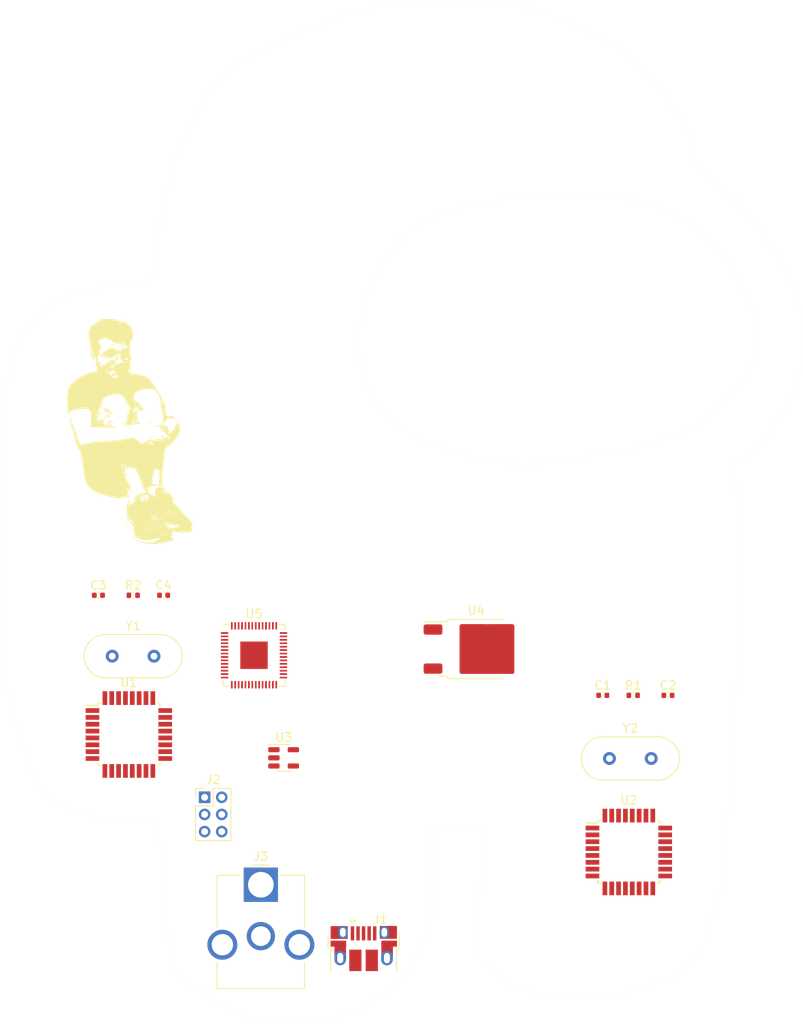
<source format=kicad_pcb>
(kicad_pcb (version 20221018) (generator pcbnew)
  (layers (0 "F.Cu" signal) (31 "B.Cu" signal) (34 "B.Paste" user) (35 "F.Paste" user) (36 "B.SilkS" user "B.Silkscreen") (37 "F.SilkS" user "F.Silkscreen") (38 "B.Mask" user) (39 "F.Mask" user) (44 "Edge.Cuts" user))
  (net 0 "")
  (net 3 "Net-(U1-GND-Pad21)")
  (net 4 "Net-(U1-VCC-Pad4)")
  (net 36 "GND")
  (net 37 "CLKA")
  (net 38 "CLKB")
  (net 82 "CLKC")
  (net 83 "CLKD")
  (net 86 "Net-(U4-VI)")
  (net 87 "+5V")
  (net 88 "Net-(U5-IOVDD-Pad1)")
  (net 108 "Net-(U5-DVDD-Pad23)")
  (footprint "Connector_BarrelJack:BarrelJack_CUI_PJ-063AH_Horizontal_CircularHoles" (layer "F.Cu") (at 178.308 140.288)
    (fp_text reference "J3" (at 0 -3.3) (layer "F.SilkS"))
    (fp_text value "Barrel_Jack")
    (pad "" np_thru_hole circle (at 0 9) (size 1.6 1.6) (drill 1.6) (layers "*.Cu" "*.Mask"))
    (pad "1" thru_hole rect (at 0 0) (size 4 4) (drill 3) (layers "*.Cu" "*.Mask"))
    (pad "2" thru_hole circle (at 0 6) (size 3.3 3.3) (drill 2.3) (layers "*.Cu" "*.Mask"))
    (pad "MP" thru_hole circle (at -4.5 7) (size 3.5 3.5) (drill 2.5) (layers "*.Cu" "*.Mask"))
    (pad "MP" thru_hole circle (at 4.5 7) (size 3.5 3.5) (drill 2.5) (layers "*.Cu" "*.Mask"))
  )
  (footprint "Package_QFP:TQFP-32_7x7mm_P0.8mm" (layer "F.Cu") (at 162.882 122.752)
    (fp_text reference "U1" (at 0 -6.05) (layer "F.SilkS"))
    (fp_text value "ATmega328P-A")
    (pad "1" smd rect (at -4.25 -2.8) (size 1.6 0.55) (layers "F.Cu" "F.Paste" "F.Mask"))
    (pad "2" smd rect (at -4.25 -2) (size 1.6 0.55) (layers "F.Cu" "F.Paste" "F.Mask"))
    (pad "3" smd rect (at -4.25 -1.2) (size 1.6 0.55) (layers "F.Cu" "F.Paste" "F.Mask") (net 3 "Net-(U1-GND-Pad21)"))
    (pad "4" smd rect (at -4.25 -0.4) (size 1.6 0.55) (layers "F.Cu" "F.Paste" "F.Mask") (net 4 "Net-(U1-VCC-Pad4)"))
    (pad "5" smd rect (at -4.25 0.4) (size 1.6 0.55) (layers "F.Cu" "F.Paste" "F.Mask") (net 3 "Net-(U1-GND-Pad21)"))
    (pad "6" smd rect (at -4.25 1.2) (size 1.6 0.55) (layers "F.Cu" "F.Paste" "F.Mask") (net 4 "Net-(U1-VCC-Pad4)"))
    (pad "7" smd rect (at -4.25 2) (size 1.6 0.55) (layers "F.Cu" "F.Paste" "F.Mask"))
    (pad "8" smd rect (at -4.25 2.8) (size 1.6 0.55) (layers "F.Cu" "F.Paste" "F.Mask"))
    (pad "9" smd rect (at -2.8 4.25 90) (size 1.6 0.55) (layers "F.Cu" "F.Paste" "F.Mask"))
    (pad "10" smd rect (at -2 4.25 90) (size 1.6 0.55) (layers "F.Cu" "F.Paste" "F.Mask"))
    (pad "11" smd rect (at -1.2 4.25 90) (size 1.6 0.55) (layers "F.Cu" "F.Paste" "F.Mask"))
    (pad "12" smd rect (at -0.4 4.25 90) (size 1.6 0.55) (layers "F.Cu" "F.Paste" "F.Mask"))
    (pad "13" smd rect (at 0.4 4.25 90) (size 1.6 0.55) (layers "F.Cu" "F.Paste" "F.Mask"))
    (pad "14" smd rect (at 1.2 4.25 90) (size 1.6 0.55) (layers "F.Cu" "F.Paste" "F.Mask"))
    (pad "15" smd rect (at 2 4.25 90) (size 1.6 0.55) (layers "F.Cu" "F.Paste" "F.Mask"))
    (pad "16" smd rect (at 2.8 4.25 90) (size 1.6 0.55) (layers "F.Cu" "F.Paste" "F.Mask"))
    (pad "17" smd rect (at 4.25 2.8) (size 1.6 0.55) (layers "F.Cu" "F.Paste" "F.Mask"))
    (pad "18" smd rect (at 4.25 2) (size 1.6 0.55) (layers "F.Cu" "F.Paste" "F.Mask"))
    (pad "19" smd rect (at 4.25 1.2) (size 1.6 0.55) (layers "F.Cu" "F.Paste" "F.Mask"))
    (pad "20" smd rect (at 4.25 0.4) (size 1.6 0.55) (layers "F.Cu" "F.Paste" "F.Mask"))
    (pad "21" smd rect (at 4.25 -0.4) (size 1.6 0.55) (layers "F.Cu" "F.Paste" "F.Mask") (net 3 "Net-(U1-GND-Pad21)"))
    (pad "22" smd rect (at 4.25 -1.2) (size 1.6 0.55) (layers "F.Cu" "F.Paste" "F.Mask"))
    (pad "23" smd rect (at 4.25 -2) (size 1.6 0.55) (layers "F.Cu" "F.Paste" "F.Mask"))
    (pad "24" smd rect (at 4.25 -2.8) (size 1.6 0.55) (layers "F.Cu" "F.Paste" "F.Mask"))
    (pad "25" smd rect (at 2.8 -4.25 90) (size 1.6 0.55) (layers "F.Cu" "F.Paste" "F.Mask"))
    (pad "26" smd rect (at 2 -4.25 90) (size 1.6 0.55) (layers "F.Cu" "F.Paste" "F.Mask"))
    (pad "27" smd rect (at 1.2 -4.25 90) (size 1.6 0.55) (layers "F.Cu" "F.Paste" "F.Mask"))
    (pad "28" smd rect (at 0.4 -4.25 90) (size 1.6 0.55) (layers "F.Cu" "F.Paste" "F.Mask"))
    (pad "29" smd rect (at -0.4 -4.25 90) (size 1.6 0.55) (layers "F.Cu" "F.Paste" "F.Mask"))
    (pad "30" smd rect (at -1.2 -4.25 90) (size 1.6 0.55) (layers "F.Cu" "F.Paste" "F.Mask"))
    (pad "31" smd rect (at -2 -4.25 90) (size 1.6 0.55) (layers "F.Cu" "F.Paste" "F.Mask"))
    (pad "32" smd rect (at -2.8 -4.25 90) (size 1.6 0.55) (layers "F.Cu" "F.Paste" "F.Mask"))
  )
  (footprint "Resistor_SMD:R_0402_1005Metric" (layer "F.Cu") (at 221.812 118.178)
    (fp_text reference "R1" (at 0 -1.17) (layer "F.SilkS"))
    (fp_text value "1M")
    (pad "1" smd roundrect (at -0.51 0) (size 0.54 0.64) (layers "F.Cu" "F.Paste" "F.Mask") (net 37 "CLKA"))
    (pad "2" smd roundrect (at 0.51 0) (size 0.54 0.64) (layers "F.Cu" "F.Paste" "F.Mask") (net 38 "CLKB"))
  )
  (footprint "Capacitor_SMD:C_0402_1005Metric" (layer "F.Cu") (at 159.326 106.496)
    (fp_text reference "C3" (at 0 -1.16) (layer "F.SilkS"))
    (fp_text value "C")
    (pad "1" smd roundrect (at -0.48 0) (size 0.56 0.62) (layers "F.Cu" "F.Paste" "F.Mask") (net 36 "GND"))
    (pad "2" smd roundrect (at 0.48 0) (size 0.56 0.62) (layers "F.Cu" "F.Paste" "F.Mask") (net 82 "CLKC"))
  )
  (footprint "Capacitor_SMD:C_0402_1005Metric" (layer "F.Cu") (at 218.256 118.178)
    (fp_text reference "C1" (at 0 -1.16) (layer "F.SilkS"))
    (fp_text value "C")
    (pad "1" smd roundrect (at -0.48 0) (size 0.56 0.62) (layers "F.Cu" "F.Paste" "F.Mask") (net 36 "GND"))
    (pad "2" smd roundrect (at 0.48 0) (size 0.56 0.62) (layers "F.Cu" "F.Paste" "F.Mask") (net 37 "CLKA"))
  )
  (footprint "Package_TO_SOT_SMD:TO-252-2" (layer "F.Cu") (at 203.464 112.776)
    (fp_text reference "U4" (at 0 -4.5) (layer "F.SilkS"))
    (fp_text value "NCP1117-12_TO252")
    (pad "1" smd roundrect (at -5.04 -2.28) (size 2.2 1.2) (layers "F.Cu" "F.Paste" "F.Mask") (roundrect_rratio 0.208333) (net 36 "GND"))
    (pad "2" smd roundrect (at -0.415 -1.525) (size 3.05 2.75) (layers "F.Cu" "F.Paste") (roundrect_rratio 0.090909) (net 87 "+5V"))
    (pad "2" smd roundrect (at -0.415 1.525) (size 3.05 2.75) (layers "F.Cu" "F.Paste") (roundrect_rratio 0.090909) (net 87 "+5V"))
    (pad "2" smd roundrect (at 1.26 0) (size 6.4 5.8) (layers "F.Cu" "F.Mask") (roundrect_rratio 0.043103) (net 87 "+5V"))
    (pad "2" smd roundrect (at 2.935 -1.525) (size 3.05 2.75) (layers "F.Cu" "F.Paste") (roundrect_rratio 0.090909) (net 87 "+5V"))
    (pad "2" smd roundrect (at 2.935 1.525) (size 3.05 2.75) (layers "F.Cu" "F.Paste") (roundrect_rratio 0.090909) (net 87 "+5V"))
    (pad "3" smd roundrect (at -5.04 2.28) (size 2.2 1.2) (layers "F.Cu" "F.Paste" "F.Mask") (roundrect_rratio 0.208333) (net 86 "Net-(U4-VI)"))
  )
  (footprint "Package_QFP:TQFP-32_7x7mm_P0.8mm" (layer "F.Cu") (at 221.304 136.466)
    (fp_text reference "U2" (at 0 -6.05) (layer "F.SilkS"))
    (fp_text value "ATmega16U2-A")
    (pad "1" smd rect (at -4.25 -2.8) (size 1.6 0.55) (layers "F.Cu" "F.Paste" "F.Mask"))
    (pad "2" smd rect (at -4.25 -2) (size 1.6 0.55) (layers "F.Cu" "F.Paste" "F.Mask"))
    (pad "3" smd rect (at -4.25 -1.2) (size 1.6 0.55) (layers "F.Cu" "F.Paste" "F.Mask"))
    (pad "4" smd rect (at -4.25 -0.4) (size 1.6 0.55) (layers "F.Cu" "F.Paste" "F.Mask"))
    (pad "5" smd rect (at -4.25 0.4) (size 1.6 0.55) (layers "F.Cu" "F.Paste" "F.Mask"))
    (pad "6" smd rect (at -4.25 1.2) (size 1.6 0.55) (layers "F.Cu" "F.Paste" "F.Mask"))
    (pad "7" smd rect (at -4.25 2) (size 1.6 0.55) (layers "F.Cu" "F.Paste" "F.Mask"))
    (pad "8" smd rect (at -4.25 2.8) (size 1.6 0.55) (layers "F.Cu" "F.Paste" "F.Mask"))
    (pad "9" smd rect (at -2.8 4.25 90) (size 1.6 0.55) (layers "F.Cu" "F.Paste" "F.Mask"))
    (pad "10" smd rect (at -2 4.25 90) (size 1.6 0.55) (layers "F.Cu" "F.Paste" "F.Mask"))
    (pad "11" smd rect (at -1.2 4.25 90) (size 1.6 0.55) (layers "F.Cu" "F.Paste" "F.Mask"))
    (pad "12" smd rect (at -0.4 4.25 90) (size 1.6 0.55) (layers "F.Cu" "F.Paste" "F.Mask"))
    (pad "13" smd rect (at 0.4 4.25 90) (size 1.6 0.55) (layers "F.Cu" "F.Paste" "F.Mask"))
    (pad "14" smd rect (at 1.2 4.25 90) (size 1.6 0.55) (layers "F.Cu" "F.Paste" "F.Mask"))
    (pad "15" smd rect (at 2 4.25 90) (size 1.6 0.55) (layers "F.Cu" "F.Paste" "F.Mask"))
    (pad "16" smd rect (at 2.8 4.25 90) (size 1.6 0.55) (layers "F.Cu" "F.Paste" "F.Mask"))
    (pad "17" smd rect (at 4.25 2.8) (size 1.6 0.55) (layers "F.Cu" "F.Paste" "F.Mask"))
    (pad "18" smd rect (at 4.25 2) (size 1.6 0.55) (layers "F.Cu" "F.Paste" "F.Mask"))
    (pad "19" smd rect (at 4.25 1.2) (size 1.6 0.55) (layers "F.Cu" "F.Paste" "F.Mask"))
    (pad "20" smd rect (at 4.25 0.4) (size 1.6 0.55) (layers "F.Cu" "F.Paste" "F.Mask"))
    (pad "21" smd rect (at 4.25 -0.4) (size 1.6 0.55) (layers "F.Cu" "F.Paste" "F.Mask"))
    (pad "22" smd rect (at 4.25 -1.2) (size 1.6 0.55) (layers "F.Cu" "F.Paste" "F.Mask"))
    (pad "23" smd rect (at 4.25 -2) (size 1.6 0.55) (layers "F.Cu" "F.Paste" "F.Mask"))
    (pad "24" smd rect (at 4.25 -2.8) (size 1.6 0.55) (layers "F.Cu" "F.Paste" "F.Mask"))
    (pad "25" smd rect (at 2.8 -4.25 90) (size 1.6 0.55) (layers "F.Cu" "F.Paste" "F.Mask"))
    (pad "26" smd rect (at 2 -4.25 90) (size 1.6 0.55) (layers "F.Cu" "F.Paste" "F.Mask"))
    (pad "27" smd rect (at 1.2 -4.25 90) (size 1.6 0.55) (layers "F.Cu" "F.Paste" "F.Mask"))
    (pad "28" smd rect (at 0.4 -4.25 90) (size 1.6 0.55) (layers "F.Cu" "F.Paste" "F.Mask"))
    (pad "29" smd rect (at -0.4 -4.25 90) (size 1.6 0.55) (layers "F.Cu" "F.Paste" "F.Mask"))
    (pad "30" smd rect (at -1.2 -4.25 90) (size 1.6 0.55) (layers "F.Cu" "F.Paste" "F.Mask"))
    (pad "31" smd rect (at -2 -4.25 90) (size 1.6 0.55) (layers "F.Cu" "F.Paste" "F.Mask"))
    (pad "32" smd rect (at -2.8 -4.25 90) (size 1.6 0.55) (layers "F.Cu" "F.Paste" "F.Mask"))
  )
  (footprint "Crystal:Crystal_HC49-4H_Vertical" (layer "F.Cu") (at 219.04 125.55)
    (fp_text reference "Y2" (at 2.44 -3.525) (layer "F.SilkS"))
    (fp_text value "Crystal")
    (pad "1" thru_hole circle (at 0 0) (size 1.5 1.5) (drill 0.8) (layers "*.Cu" "*.Mask") (net 36 "GND"))
    (pad "2" thru_hole circle (at 4.88 0) (size 1.5 1.5) (drill 0.8) (layers "*.Cu" "*.Mask") (net 36 "GND"))
  )
  (footprint "Crystal:Crystal_HC49-4H_Vertical" (layer "F.Cu") (at 160.94 113.608)
    (fp_text reference "Y1" (at 2.44 -3.525) (layer "F.SilkS"))
    (fp_text value "Crystal")
    (pad "1" thru_hole circle (at 0 0) (size 1.5 1.5) (drill 0.8) (layers "*.Cu" "*.Mask") (net 36 "GND"))
    (pad "2" thru_hole circle (at 4.88 0) (size 1.5 1.5) (drill 0.8) (layers "*.Cu" "*.Mask") (net 36 "GND"))
  )
  (footprint "Resistor_SMD:R_0402_1005Metric" (layer "F.Cu") (at 163.39 106.496)
    (fp_text reference "R2" (at 0 -1.17) (layer "F.SilkS"))
    (fp_text value "1M")
    (pad "1" smd roundrect (at -0.51 0) (size 0.54 0.64) (layers "F.Cu" "F.Paste" "F.Mask") (net 82 "CLKC"))
    (pad "2" smd roundrect (at 0.51 0) (size 0.54 0.64) (layers "F.Cu" "F.Paste" "F.Mask") (net 83 "CLKD"))
  )
  (footprint "Connector_USB:USB_Micro-B_Amphenol_10103594-0001LF_Horizontal" (layer "F.Cu") (at 190.335 147.729)
    (fp_text reference "J1" (at 1.925 -3.365) (layer "F.SilkS"))
    (fp_text value "USB_B_Micro")
    (pad "1" smd rect (at -1.325 -1.765 90) (size 1.65 0.4) (layers "F.Cu" "F.Paste" "F.Mask"))
    (pad "2" smd rect (at -0.675 -1.765 90) (size 1.65 0.4) (layers "F.Cu" "F.Paste" "F.Mask"))
    (pad "3" smd rect (at -0.025 -1.765 90) (size 1.65 0.4) (layers "F.Cu" "F.Paste" "F.Mask"))
    (pad "4" smd rect (at 0.625 -1.765 90) (size 1.65 0.4) (layers "F.Cu" "F.Paste" "F.Mask"))
    (pad "5" smd rect (at 1.275 -1.765 90) (size 1.65 0.4) (layers "F.Cu" "F.Paste" "F.Mask"))
    (pad "6" smd rect (at -2.975 -0.565) (size 1.825 0.7) (layers "F.Cu" "F.Paste" "F.Mask"))
    (pad "6" smd rect (at -2.875 -1.865) (size 2 1.5) (layers "F.Cu" "F.Paste" "F.Mask"))
    (pad "6" smd rect (at -2.755 0.185) (size 1.35 2) (layers "F.Cu" "F.Paste" "F.Mask"))
    (pad "6" thru_hole oval (at -2.755 1.115 90) (size 1.7 1.35) (drill oval 1.2 0.7) (layers "*.Cu" "*.Mask"))
    (pad "6" thru_hole oval (at -2.445 -1.885 90) (size 1.5 1.1) (drill oval 1.05 0.65) (layers "*.Cu" "*.Mask"))
    (pad "6" smd rect (at -0.985 1.385 90) (size 2.5 1.43) (layers "F.Cu" "F.Paste" "F.Mask"))
    (pad "6" smd rect (at 0.935 1.385 90) (size 2.5 1.43) (layers "F.Cu" "F.Paste" "F.Mask"))
    (pad "6" thru_hole oval (at 2.395 -1.885 90) (size 1.5 1.1) (drill oval 1.05 0.65) (layers "*.Cu" "*.Mask"))
    (pad "6" thru_hole oval (at 2.705 1.115 90) (size 1.7 1.35) (drill oval 1.2 0.7) (layers "*.Cu" "*.Mask"))
    (pad "6" smd rect (at 2.725 0.185) (size 1.35 2) (layers "F.Cu" "F.Paste" "F.Mask"))
    (pad "6" smd rect (at 2.875 -1.885) (size 2 1.5) (layers "F.Cu" "F.Paste" "F.Mask"))
    (pad "6" smd rect (at 2.975 -0.565) (size 1.825 0.7) (layers "F.Cu" "F.Paste" "F.Mask"))
  )
  (footprint "Connector_PinHeader_2.00mm:PinHeader_2x03_P2.00mm_Vertical" (layer "F.Cu") (at 171.736 130.08)
    (fp_text reference "J2" (at 1 -2.06) (layer "F.SilkS"))
    (fp_text value "Conn_02x03_Counter_Clockwise_MountingPin")
    (pad "1" thru_hole rect (at 0 0) (size 1.35 1.35) (drill 0.8) (layers "*.Cu" "*.Mask"))
    (pad "2" thru_hole oval (at 2 0) (size 1.35 1.35) (drill 0.8) (layers "*.Cu" "*.Mask"))
    (pad "3" thru_hole oval (at 0 2) (size 1.35 1.35) (drill 0.8) (layers "*.Cu" "*.Mask"))
    (pad "4" thru_hole oval (at 2 2) (size 1.35 1.35) (drill 0.8) (layers "*.Cu" "*.Mask"))
    (pad "5" thru_hole oval (at 0 4) (size 1.35 1.35) (drill 0.8) (layers "*.Cu" "*.Mask"))
    (pad "6" thru_hole oval (at 2 4) (size 1.35 1.35) (drill 0.8) (layers "*.Cu" "*.Mask"))
  )
  (footprint "Capacitor_SMD:C_0402_1005Metric" (layer "F.Cu") (at 225.876 118.178)
    (fp_text reference "C2" (at 0 -1.16) (layer "F.SilkS"))
    (fp_text value "C")
    (pad "1" smd roundrect (at -0.48 0) (size 0.56 0.62) (layers "F.Cu" "F.Paste" "F.Mask") (net 36 "GND"))
    (pad "2" smd roundrect (at 0.48 0) (size 0.56 0.62) (layers "F.Cu" "F.Paste" "F.Mask") (net 38 "CLKB"))
  )
  (footprint "Package_DFN_QFN:QFN-56-1EP_7x7mm_P0.4mm_EP3.2x3.2mm" (layer "F.Cu") (at 177.508 113.5)
    (fp_text reference "U5" (at 0 -4.82) (layer "F.SilkS"))
    (fp_text value "RP2040")
    (pad "1" smd roundrect (at -3.4375 -2.6) (size 0.875 0.2) (layers "F.Cu" "F.Paste" "F.Mask") (net 88 "Net-(U5-IOVDD-Pad1)"))
    (pad "2" smd roundrect (at -3.4375 -2.2) (size 0.875 0.2) (layers "F.Cu" "F.Paste" "F.Mask"))
    (pad "3" smd roundrect (at -3.4375 -1.8) (size 0.875 0.2) (layers "F.Cu" "F.Paste" "F.Mask"))
    (pad "4" smd roundrect (at -3.4375 -1.4) (size 0.875 0.2) (layers "F.Cu" "F.Paste" "F.Mask"))
    (pad "5" smd roundrect (at -3.4375 -1) (size 0.875 0.2) (layers "F.Cu" "F.Paste" "F.Mask"))
    (pad "6" smd roundrect (at -3.4375 -0.6) (size 0.875 0.2) (layers "F.Cu" "F.Paste" "F.Mask"))
    (pad "7" smd roundrect (at -3.4375 -0.2) (size 0.875 0.2) (layers "F.Cu" "F.Paste" "F.Mask"))
    (pad "8" smd roundrect (at -3.4375 0.2) (size 0.875 0.2) (layers "F.Cu" "F.Paste" "F.Mask"))
    (pad "9" smd roundrect (at -3.4375 0.6) (size 0.875 0.2) (layers "F.Cu" "F.Paste" "F.Mask"))
    (pad "10" smd roundrect (at -3.4375 1) (size 0.875 0.2) (layers "F.Cu" "F.Paste" "F.Mask") (net 88 "Net-(U5-IOVDD-Pad1)"))
    (pad "11" smd roundrect (at -3.4375 1.4) (size 0.875 0.2) (layers "F.Cu" "F.Paste" "F.Mask"))
    (pad "12" smd roundrect (at -3.4375 1.8) (size 0.875 0.2) (layers "F.Cu" "F.Paste" "F.Mask"))
    (pad "13" smd roundrect (at -3.4375 2.2) (size 0.875 0.2) (layers "F.Cu" "F.Paste" "F.Mask"))
    (pad "14" smd roundrect (at -3.4375 2.6) (size 0.875 0.2) (layers "F.Cu" "F.Paste" "F.Mask"))
    (pad "15" smd roundrect (at -2.6 3.4375) (size 0.2 0.875) (layers "F.Cu" "F.Paste" "F.Mask"))
    (pad "16" smd roundrect (at -2.2 3.4375) (size 0.2 0.875) (layers "F.Cu" "F.Paste" "F.Mask"))
    (pad "17" smd roundrect (at -1.8 3.4375) (size 0.2 0.875) (layers "F.Cu" "F.Paste" "F.Mask"))
    (pad "18" smd roundrect (at -1.4 3.4375) (size 0.2 0.875) (layers "F.Cu" "F.Paste" "F.Mask"))
    (pad "19" smd roundrect (at -1 3.4375) (size 0.2 0.875) (layers "F.Cu" "F.Paste" "F.Mask"))
    (pad "20" smd roundrect (at -0.6 3.4375) (size 0.2 0.875) (layers "F.Cu" "F.Paste" "F.Mask"))
    (pad "21" smd roundrect (at -0.2 3.4375) (size 0.2 0.875) (layers "F.Cu" "F.Paste" "F.Mask"))
    (pad "22" smd roundrect (at 0.2 3.4375) (size 0.2 0.875) (layers "F.Cu" "F.Paste" "F.Mask") (net 88 "Net-(U5-IOVDD-Pad1)"))
    (pad "23" smd roundrect (at 0.6 3.4375) (size 0.2 0.875) (layers "F.Cu" "F.Paste" "F.Mask") (net 108 "Net-(U5-DVDD-Pad23)"))
    (pad "24" smd roundrect (at 1 3.4375) (size 0.2 0.875) (layers "F.Cu" "F.Paste" "F.Mask"))
    (pad "25" smd roundrect (at 1.4 3.4375) (size 0.2 0.875) (layers "F.Cu" "F.Paste" "F.Mask"))
    (pad "26" smd roundrect (at 1.8 3.4375) (size 0.2 0.875) (layers "F.Cu" "F.Paste" "F.Mask"))
    (pad "27" smd roundrect (at 2.2 3.4375) (size 0.2 0.875) (layers "F.Cu" "F.Paste" "F.Mask"))
    (pad "28" smd roundrect (at 2.6 3.4375) (size 0.2 0.875) (layers "F.Cu" "F.Paste" "F.Mask"))
    (pad "29" smd roundrect (at 3.4375 2.6) (size 0.875 0.2) (layers "F.Cu" "F.Paste" "F.Mask"))
    (pad "30" smd roundrect (at 3.4375 2.2) (size 0.875 0.2) (layers "F.Cu" "F.Paste" "F.Mask"))
    (pad "31" smd roundrect (at 3.4375 1.8) (size 0.875 0.2) (layers "F.Cu" "F.Paste" "F.Mask"))
    (pad "32" smd roundrect (at 3.4375 1.4) (size 0.875 0.2) (layers "F.Cu" "F.Paste" "F.Mask"))
    (pad "33" smd roundrect (at 3.4375 1) (size 0.875 0.2) (layers "F.Cu" "F.Paste" "F.Mask") (net 88 "Net-(U5-IOVDD-Pad1)"))
    (pad "34" smd roundrect (at 3.4375 0.6) (size 0.875 0.2) (layers "F.Cu" "F.Paste" "F.Mask"))
    (pad "35" smd roundrect (at 3.4375 0.2) (size 0.875 0.2) (layers "F.Cu" "F.Paste" "F.Mask"))
    (pad "36" smd roundrect (at 3.4375 -0.2) (size 0.875 0.2) (layers "F.Cu" "F.Paste" "F.Mask"))
    (pad "37" smd roundrect (at 3.4375 -0.6) (size 0.875 0.2) (layers "F.Cu" "F.Paste" "F.Mask"))
    (pad "38" smd roundrect (at 3.4375 -1) (size 0.875 0.2) (layers "F.Cu" "F.Paste" "F.Mask"))
    (pad "39" smd roundrect (at 3.4375 -1.4) (size 0.875 0.2) (layers "F.Cu" "F.Paste" "F.Mask"))
    (pad "40" smd roundrect (at 3.4375 -1.8) (size 0.875 0.2) (layers "F.Cu" "F.Paste" "F.Mask"))
    (pad "41" smd roundrect (at 3.4375 -2.2) (size 0.875 0.2) (layers "F.Cu" "F.Paste" "F.Mask"))
    (pad "42" smd roundrect (at 3.4375 -2.6) (size 0.875 0.2) (layers "F.Cu" "F.Paste" "F.Mask") (net 88 "Net-(U5-IOVDD-Pad1)"))
    (pad "43" smd roundrect (at 2.6 -3.4375) (size 0.2 0.875) (layers "F.Cu" "F.Paste" "F.Mask"))
    (pad "44" smd roundrect (at 2.2 -3.4375) (size 0.2 0.875) (layers "F.Cu" "F.Paste" "F.Mask"))
    (pad "45" smd roundrect (at 1.8 -3.4375) (size 0.2 0.875) (layers "F.Cu" "F.Paste" "F.Mask"))
    (pad "46" smd roundrect (at 1.4 -3.4375) (size 0.2 0.875) (layers "F.Cu" "F.Paste" "F.Mask"))
    (pad "47" smd roundrect (at 1 -3.4375) (size 0.2 0.875) (layers "F.Cu" "F.Paste" "F.Mask"))
    (pad "48" smd roundrect (at 0.6 -3.4375) (size 0.2 0.875) (layers "F.Cu" "F.Paste" "F.Mask"))
    (pad "49" smd roundrect (at 0.2 -3.4375) (size 0.2 0.875) (layers "F.Cu" "F.Paste" "F.Mask") (net 88 "Net-(U5-IOVDD-Pad1)"))
    (pad "50" smd roundrect (at -0.2 -3.4375) (size 0.2 0.875) (layers "F.Cu" "F.Paste" "F.Mask") (net 108 "Net-(U5-DVDD-Pad23)"))
    (pad "51" smd roundrect (at -0.6 -3.4375) (size 0.2 0.875) (layers "F.Cu" "F.Paste" "F.Mask"))
    (pad "52" smd roundrect (at -1 -3.4375) (size 0.2 0.875) (layers "F.Cu" "F.Paste" "F.Mask"))
    (pad "53" smd roundrect (at -1.4 -3.4375) (size 0.2 0.875) (layers "F.Cu" "F.Paste" "F.Mask"))
    (pad "54" smd roundrect (at -1.8 -3.4375) (size 0.2 0.875) (layers "F.Cu" "F.Paste" "F.Mask"))
    (pad "55" smd roundrect (at -2.2 -3.4375) (size 0.2 0.875) (layers "F.Cu" "F.Paste" "F.Mask"))
    (pad "56" smd roundrect (at -2.6 -3.4375) (size 0.2 0.875) (layers "F.Cu" "F.Paste" "F.Mask"))
    (pad "57" smd rect (at 0 0) (size 3.2 3.2) (layers "F.Cu" "F.Mask"))
  )
  (footprint "Sleepduino:George2" (layer "F.Cu") (at 163.068 87.376)
    (fp_text reference "G***" (at -3.048 -5.08) (layer "F.SilkS") (effects (font (size 1.5 1.5) (thickness 0.3))))
    (fp_text value "LOGO" hide)
  )
  (footprint "Capacitor_SMD:C_0402_1005Metric" (layer "F.Cu") (at 166.946 106.496)
    (fp_text reference "C4" (at 0 -1.16) (layer "F.SilkS"))
    (fp_text value "C")
    (pad "1" smd roundrect (at -0.48 0) (size 0.56 0.62) (layers "F.Cu" "F.Paste" "F.Mask") (net 36 "GND"))
    (pad "2" smd roundrect (at 0.48 0) (size 0.56 0.62) (layers "F.Cu" "F.Paste" "F.Mask") (net 83 "CLKD"))
  )
  (footprint "Package_TO_SOT_SMD:SOT-23-5" (layer "F.Cu") (at 180.9695 125.476)
    (fp_text reference "U3" (at 0 -2.4) (layer "F.SilkS"))
    (fp_text value "LP2985-3.3")
    (pad "1" smd roundrect (at -1.1375 -0.95) (size 1.325 0.6) (layers "F.Cu" "F.Paste" "F.Mask"))
    (pad "2" smd roundrect (at -1.1375 0) (size 1.325 0.6) (layers "F.Cu" "F.Paste" "F.Mask"))
    (pad "3" smd roundrect (at -1.1375 0.95) (size 1.325 0.6) (layers "F.Cu" "F.Paste" "F.Mask"))
    (pad "4" smd roundrect (at 1.1375 0.95) (size 1.325 0.6) (layers "F.Cu" "F.Paste" "F.Mask"))
    (pad "5" smd roundrect (at 1.1375 -0.95) (size 1.325 0.6) (layers "F.Cu" "F.Paste" "F.Mask"))
  )
  (gr_line (start 233.774332 118.321367) (end 234.100739 111.84405) (stroke (width 0.003)) (layer "Edge.Cuts"))
  (gr_line (start 207.837902 60.099542) (end 208.5975 60.001881) (stroke (width 0.003)) (layer "Edge.Cuts"))
  (gr_arc (start 216.969461 153.385188) (mid 215.287537 153.449773) (end 213.605179 153.397724) (stroke (width 0.003)) (layer "Edge.Cuts"))
  (gr_line (start 147.851754 107.719549) (end 147.959512 111.545212) (stroke (width 0.003)) (layer "Edge.Cuts"))
  (gr_arc (start 206.214194 91.000579) (mid 204.149241 90.639931) (end 202.108604 90.160451) (stroke (width 0.003)) (layer "Edge.Cuts"))
  (gr_arc (start 202.108604 90.160451) (mid 200.216256 89.587126) (end 198.367889 88.884827) (stroke (width 0.003)) (layer "Edge.Cuts"))
  (gr_arc (start 229.105837 56.438817) (mid 228.951265 56.136232) (end 228.855096 55.810347) (stroke (width 0.003)) (layer "Edge.Cuts"))
  (gr_arc (start 186.464218 155.991383) (mid 182.9038 156.504001) (end 179.313122 156.28864) (stroke (width 0.003)) (layer "Edge.Cuts"))
  (gr_arc (start 169.004152 151.304784) (mid 168.634754 150.777678) (end 168.318305 150.217182) (stroke (width 0.003)) (layer "Edge.Cuts"))
  (gr_line (start 170.787994 152.412908) (end 171.438249 152.731023) (stroke (width 0.003)) (layer "Edge.Cuts"))
  (gr_arc (start 159.451329 132.534317) (mid 158.364705 132.309886) (end 157.290733 132.03113) (stroke (width 0.003)) (layer "Edge.Cuts"))
  (gr_line (start 231.415422 142.939604) (end 232.010664 140.453942) (stroke (width 0.003)) (layer "Edge.Cuts"))
  (gr_arc (start 240.518326 83.23027) (mid 240.101294 84.148946) (end 239.576193 85.010428) (stroke (width 0.003)) (layer "Edge.Cuts"))
  (gr_arc (start 227.561348 62.413558) (mid 228.962643 63.400146) (end 230.228694 64.555177) (stroke (width 0.003)) (layer "Edge.Cuts"))
  (gr_line (start 197.13087 147.650751) (end 197.834588 145.994549) (stroke (width 0.003)) (layer "Edge.Cuts"))
  (gr_arc (start 167.616874 58.084864) (mid 167.909069 56.965168) (end 168.254711 55.8608) (stroke (width 0.003)) (layer "Edge.Cuts"))
  (gr_line (start 204.815181 60.631442) (end 206.443584 60.335062) (stroke (width 0.003)) (layer "Edge.Cuts"))
  (gr_arc (start 193.304364 66.489361) (mid 194.206891 65.392421) (end 195.197527 64.374348) (stroke (width 0.003)) (layer "Edge.Cuts"))
  (gr_line (start 147.828 99.568) (end 147.851754 107.719549) (stroke (width 0.003)) (layer "Edge.Cuts"))
  (gr_arc (start 239.466557 68.511068) (mid 240.428894 70.653666) (end 241.186524 72.87691) (stroke (width 0.003)) (layer "Edge.Cuts"))
  (gr_arc (start 148.213514 114.233418) (mid 148.057128 112.892092) (end 147.959512 111.545212) (stroke (width 0.003)) (layer "Edge.Cuts"))
  (gr_arc (start 166.278457 134.0485) (mid 166.367486 134.463838) (end 166.430248 134.883948) (stroke (width 0.003)) (layer "Edge.Cuts"))
  (gr_line (start 232.010664 140.453942) (end 232.401242 138.155488) (stroke (width 0.003)) (layer "Edge.Cuts"))
  (gr_line (start 165.948461 132.715) (end 166.278457 134.0485) (stroke (width 0.003)) (layer "Edge.Cuts"))
  (gr_line (start 233.372108 124.267295) (end 233.593937 120.867483) (stroke (width 0.003)) (layer "Edge.Cuts"))
  (gr_arc (start 151.627634 127.154498) (mid 150.825154 125.278216) (end 150.205149 123.333993) (stroke (width 0.003)) (layer "Edge.Cuts"))
  (gr_arc (start 191.643489 68.991422) (mid 192.435871 67.71513) (end 193.304364 66.489361) (stroke (width 0.003)) (layer "Edge.Cuts"))
  (gr_line (start 233.730387 93.552629) (end 233.433833 92.132569) (stroke (width 0.003)) (layer "Edge.Cuts"))
  (gr_arc (start 161.737586 132.830758) (mid 160.590781 132.71089) (end 159.451329 132.534317) (stroke (width 0.003)) (layer "Edge.Cuts"))
  (gr_line (start 232.956277 131.191) (end 233.147895 127.88947) (stroke (width 0.003)) (layer "Edge.Cuts"))
  (gr_arc (start 229.167033 86.563386) (mid 227.489627 87.469531) (end 225.730043 88.203459) (stroke (width 0.003)) (layer "Edge.Cuts"))
  (gr_arc (start 170.431121 152.3365) (mid 170.6136 152.355821) (end 170.787994 152.412908) (stroke (width 0.003)) (layer "Edge.Cuts"))
  (gr_line (start 205.058436 37.140641) (end 201.3585 37.039885) (stroke (width 0.003)) (layer "Edge.Cuts"))
  (gr_arc (start 228.855096 55.810347) (mid 228.763467 55.275517) (end 228.698284 54.736825) (stroke (width 0.003)) (layer "Edge.Cuts"))
  (gr_arc (start 227.207917 150.607046) (mid 225.565462 151.324225) (end 223.885665 151.948953) (stroke (width 0.003)) (layer "Edge.Cuts"))
  (gr_arc (start 230.228694 64.555177) (mid 231.615993 66.098123) (end 232.889297 67.736409) (stroke (width 0.003)) (layer "Edge.Cuts"))
  (gr_arc (start 192.900052 85.409506) (mid 192.124618 84.527835) (end 191.432947 83.579029) (stroke (width 0.003)) (layer "Edge.Cuts"))
  (gr_line (start 158.88238 70.693257) (end 156.358047 71.38742) (stroke (width 0.003)) (layer "Edge.Cuts"))
  (gr_line (start 147.889054 90.478092) (end 147.828 99.568) (stroke (width 0.003)) (layer "Edge.Cuts"))
  (gr_arc (start 154.4388 72.170369) (mid 155.382921 71.740894) (end 156.358047 71.38742) (stroke (width 0.003)) (layer "Edge.Cuts"))
  (gr_arc (start 151.506914 74.537298) (mid 152.133173 73.834046) (end 152.833145 73.204124) (stroke (width 0.003)) (layer "Edge.Cuts"))
  (gr_arc (start 220.512306 60.141709) (mid 222.507354 60.507616) (end 224.469078 61.023118) (stroke (width 0.003)) (layer "Edge.Cuts"))
  (gr_line (start 166.856965 139.083951) (end 167.050306 141.539271) (stroke (width 0.003)) (layer "Edge.Cuts"))
  (gr_arc (start 195.197527 64.374348) (mid 196.154826 63.5743) (end 197.202733 62.897256) (stroke (width 0.003)) (layer "Edge.Cuts"))
  (gr_arc (start 220.346295 42.834799) (mid 221.499129 43.721941) (end 222.595269 44.678247) (stroke (width 0.003)) (layer "Edge.Cuts"))
  (gr_line (start 148.213514 114.233418) (end 148.713664 117.094) (stroke (width 0.003)) (layer "Edge.Cuts"))
  (gr_arc (start 153.338163 129.638975) (mid 152.388888 128.461462) (end 151.627634 127.154498) (stroke (width 0.003)) (layer "Edge.Cuts"))
  (gr_arc (start 223.885665 151.948953) (mid 222.165869 152.476949) (end 220.417205 152.899618) (stroke (width 0.003)) (layer "Edge.Cuts"))
  (gr_arc (start 207.67766 152.104189) (mid 207.193641 151.84025) (end 206.736839 151.531593) (stroke (width 0.003)) (layer "Edge.Cuts"))
  (gr_arc (start 197.13087 147.650751) (mid 195.312399 150.530196) (end 192.871063 152.904623) (stroke (width 0.003)) (layer "Edge.Cuts"))
  (gr_arc (start 163.785306 132.848768) (mid 162.761128 132.875895) (end 161.737586 132.830758) (stroke (width 0.003)) (layer "Edge.Cuts"))
  (gr_line (start 233.593937 120.867483) (end 233.774332 118.321367) (stroke (width 0.003)) (layer "Edge.Cuts"))
  (gr_arc (start 194.691 37.120919) (mid 194.953564 37.0725) (end 195.219783 37.052221) (stroke (width 0.003)) (layer "Edge.Cuts"))
  (gr_arc (start 225.730043 88.203459) (mid 223.481649 88.919901) (end 221.186851 89.46987) (stroke (width 0.003)) (layer "Edge.Cuts"))
  (gr_arc (start 189.955206 79.457646) (mid 189.831309 78.085358) (end 189.793755 76.708) (stroke (width 0.003)) (layer "Edge.Cuts"))
  (gr_arc (start 205.058436 37.140641) (mid 206.04468 37.20516) (end 207.025739 37.325012) (stroke (width 0.003)) (layer "Edge.Cuts"))
  (gr_arc (start 157.290733 132.03113) (mid 156.453334 131.746038) (end 155.647871 131.380325) (stroke (width 0.003)) (layer "Edge.Cuts"))
  (gr_line (start 211.248889 59.849254) (end 214.778528 59.833835) (stroke (width 0.003)) (layer "Edge.Cuts"))
  (gr_arc (start 190.579407 71.32353) (mid 191.054766 70.131613) (end 191.643489 68.991422) (stroke (width 0.003)) (layer "Edge.Cuts"))
  (gr_arc (start 233.730387 93.552629) (mid 233.995909 95.087132) (end 234.107696 96.640421) (stroke (width 0.003)) (layer "Edge.Cuts"))
  (gr_line (start 166.430248 134.883948) (end 166.641311 136.798982) (stroke (width 0.003)) (layer "Edge.Cuts"))
  (gr_line (start 203.835 144.473937) (end 203.835 148.993873) (stroke (width 0.003)) (layer "Edge.Cuts"))
  (gr_line (start 167.616874 58.084864) (end 166.859492 61.523639) (stroke (width 0.003)) (layer "Edge.Cuts"))
  (gr_arc (start 161.470519 70.199008) (mid 162.530367 70.080183) (end 163.596117 70.0405) (stroke (width 0.003)) (layer "Edge.Cuts"))
  (gr_arc (start 233.422127 91.558098) (mid 233.490234 91.346567) (end 233.622011 91.167631) (stroke (width 0.003)) (layer "Edge.Cuts"))
  (gr_line (start 211.495259 91.050219) (end 209.593066 91.211533) (stroke (width 0.003)) (layer "Edge.Cuts"))
  (gr_arc (start 241.186524 72.87691) (mid 241.455266 74.028919) (end 241.60202 75.20272) (stroke (width 0.003)) (layer "Edge.Cuts"))
  (gr_arc (start 207.025739 37.325012) (mid 207.912951 37.490239) (end 208.786684 37.71615) (stroke (width 0.003)) (layer "Edge.Cuts"))
  (gr_line (start 166.16851 65.169882) (end 165.717123 68.23075) (stroke (width 0.003)) (layer "Edge.Cuts"))
  (gr_arc (start 235.126179 80.580537) (mid 233.811743 82.540844) (end 232.208257 84.272715) (stroke (width 0.003)) (layer "Edge.Cuts"))
  (gr_line (start 234.195766 104.020361) (end 234.107696 96.640421) (stroke (width 0.003)) (layer "Edge.Cuts"))
  (gr_line (start 166.641311 136.798982) (end 166.856965 139.083951) (stroke (width 0.003)) (layer "Edge.Cuts"))
  (gr_arc (start 209.593066 91.211533) (mid 208.801653 91.223984) (end 208.010785 91.19206) (stroke (width 0.003)) (layer "Edge.Cuts"))
  (gr_arc (start 235.489143 72.40614) (mid 236.095628 74.491194) (end 236.240821 76.657802) (stroke (width 0.003)) (layer "Edge.Cuts"))
  (gr_arc (start 188.368947 38.725691) (mid 189.805641 38.284902) (end 191.262 37.914219) (stroke (width 0.003)) (layer "Edge.Cuts"))
  (gr_line (start 206.443584 60.335062) (end 207.837902 60.099542) (stroke (width 0.003)) (layer "Edge.Cuts"))
  (gr_arc (start 198.156762 144.726224) (mid 198.030435 145.369216) (end 197.834588 145.994549) (stroke (width 0.003)) (layer "Edge.Cuts"))
  (gr_arc (start 241.612307 77.934415) (mid 241.474759 79.335328) (end 241.243949 80.723925) (stroke (width 0.003)) (layer "Edge.Cuts"))
  (gr_arc (start 226.638309 49.785927) (mid 227.4232 51.169815) (end 228.125288 52.597496) (stroke (width 0.003)) (layer "Edge.Cuts"))
  (gr_line (start 165.49781 70.0405) (end 163.596117 70.0405) (stroke (width 0.003)) (layer "Edge.Cuts"))
  (gr_line (start 214.503 90.637506) (end 211.495259 91.050219) (stroke (width 0.003)) (layer "Edge.Cuts"))
  (gr_line (start 198.3105 133.2865) (end 201.378375 133.2865) (stroke (width 0.003)) (layer "Edge.Cuts"))
  (gr_arc (start 228.947542 149.265067) (mid 228.151 150.031036) (end 227.207917 150.607046) (stroke (width 0.003)) (layer "Edge.Cuts"))
  (gr_line (start 233.147895 127.88947) (end 233.372108 124.267295) (stroke (width 0.003)) (layer "Edge.Cuts"))
  (gr_line (start 166.859492 61.523639) (end 166.16851 65.169882) (stroke (width 0.003)) (layer "Edge.Cuts"))
  (gr_arc (start 241.60202 75.20272) (mid 241.653768 76.568392) (end 241.612307 77.934415) (stroke (width 0.003)) (layer "Edge.Cuts"))
  (gr_line (start 194.243969 37.226532) (end 193.369406 37.429382) (stroke (width 0.003)) (layer "Edge.Cuts"))
  (gr_arc (start 169.763741 152.093716) (mid 169.362915 151.719499) (end 169.004152 151.304784) (stroke (width 0.003)) (layer "Edge.Cuts"))
  (gr_line (start 204.446251 133.2865) (end 204.140625 136.62025) (stroke (width 0.003)) (layer "Edge.Cuts"))
  (gr_arc (start 233.678459 60.216282) (mid 235.315265 62.09099) (end 236.813075 64.078509) (stroke (width 0.003)) (layer "Edge.Cuts"))
  (gr_line (start 208.774019 152.524999) (end 210.385664 152.936646) (stroke (width 0.003)) (layer "Edge.Cuts"))
  (gr_arc (start 170.431121 152.3365) (mid 170.076031 152.273927) (end 169.763741 152.093716) (stroke (width 0.003)) (layer "Edge.Cuts"))
  (gr_arc (start 215.005296 39.898066) (mid 216.465942 40.550483) (end 217.88877 41.281714) (stroke (width 0.003)) (layer "Edge.Cuts"))
  (gr_line (start 201.3585 37.039885) (end 199.040784 37.014186) (stroke (width 0.003)) (layer "Edge.Cuts"))
  (gr_line (start 221.186851 89.46987) (end 214.503 90.637506) (stroke (width 0.003)) (layer "Edge.Cuts"))
  (gr_arc (start 189.995164 73.792475) (mid 190.226408 72.543597) (end 190.579407 71.32353) (stroke (width 0.003)) (layer "Edge.Cuts"))
  (gr_arc (start 237.879218 87.216901) (mid 236.930085 88.28359) (end 235.930896 89.303542) (stroke (width 0.003)) (layer "Edge.Cuts"))
  (gr_arc (start 179.313122 156.28864) (mid 175.987199 155.348347) (end 172.960476 153.679557) (stroke (width 0.003)) (layer "Edge.Cuts"))
  (gr_arc (start 198.28416 143.063872) (mid 198.24654 143.897047) (end 198.156762 144.726224) (stroke (width 0.003)) (layer "Edge.Cuts"))
  (gr_arc (start 208.774019 152.524999) (mid 208.216866 152.337974) (end 207.67766 152.104189) (stroke (width 0.003)) (layer "Edge.Cuts"))
  (gr_line (start 199.040784 37.014186) (end 196.963903 37.021684) (stroke (width 0.003)) (layer "Edge.Cuts"))
  (gr_arc (start 239.576193 85.010428) (mid 238.753946 86.133846) (end 237.879218 87.216901) (stroke (width 0.003)) (layer "Edge.Cuts"))
  (gr_arc (start 236.240821 76.657802) (mid 235.915716 78.685154) (end 235.126179 80.580537) (stroke (width 0.003)) (layer "Edge.Cuts"))
  (gr_arc (start 189.793755 76.708) (mid 189.847181 75.246971) (end 189.995164 73.792475) (stroke (width 0.003)) (layer "Edge.Cuts"))
  (gr_line (start 204.140625 136.62025) (end 204.023185 138.217019) (stroke (width 0.003)) (layer "Edge.Cuts"))
  (gr_arc (start 218.229038 59.928148) (mid 219.37336 60.006186) (end 220.512306 60.141709) (stroke (width 0.003)) (layer "Edge.Cuts"))
  (gr_line (start 181.039544 41.627025) (end 176.649518 43.695852) (stroke (width 0.003)) (layer "Edge.Cuts"))
  (gr_arc (start 230.514062 57.601529) (mid 232.179055 58.808706) (end 233.678459 60.216282) (stroke (width 0.003)) (layer "Edge.Cuts"))
  (gr_arc (start 217.88877 41.281714) (mid 219.141436 42.020433) (end 220.346295 42.834799) (stroke (width 0.003)) (layer "Edge.Cuts"))
  (gr_line (start 203.924777 140.302442) (end 203.857255 142.499762) (stroke (width 0.003)) (layer "Edge.Cuts"))
  (gr_line (start 163.785306 132.848768) (end 165.948461 132.715) (stroke (width 0.003)) (layer "Edge.Cuts"))
  (gr_line (start 165.717123 68.23075) (end 165.49781 70.0405) (stroke (width 0.003)) (layer "Edge.Cuts"))
  (gr_arc (start 197.202733 62.897256) (mid 198.42121 62.295817) (end 199.697276 61.828837) (stroke (width 0.003)) (layer "Edge.Cuts"))
  (gr_arc (start 198.367889 88.884827) (mid 196.761928 88.137471) (end 195.217317 87.270391) (stroke (width 0.003)) (layer "Edge.Cuts"))
  (gr_arc (start 222.595269 44.678247) (mid 223.686602 45.775663) (end 224.686607 46.9569) (stroke (width 0.003)) (layer "Edge.Cuts"))
  (gr_line (start 167.050306 141.539271) (end 167.246237 143.993852) (stroke (width 0.003)) (layer "Edge.Cuts"))
  (gr_line (start 193.369406 37.429382) (end 192.338954 37.6671) (stroke (width 0.003)) (layer "Edge.Cuts"))
  (gr_arc (start 235.930896 89.303542) (mid 235.076626 90.060839) (end 234.155849 90.735706) (stroke (width 0.003)) (layer "Edge.Cuts"))
  (gr_line (start 204.023185 138.217019) (end 203.924777 140.302442) (stroke (width 0.003)) (layer "Edge.Cuts"))
  (gr_line (start 198.3105 139.23278) (end 198.3105 133.2865) (stroke (width 0.003)) (layer "Edge.Cuts"))
  (gr_line (start 230.114128 147.19406) (end 231.415422 142.939604) (stroke (width 0.003)) (layer "Edge.Cuts"))
  (gr_line (start 194.691 37.120919) (end 194.243969 37.226532) (stroke (width 0.003)) (layer "Edge.Cuts"))
  (gr_line (start 201.378375 133.2865) (end 204.446251 133.2865) (stroke (width 0.003)) (layer "Edge.Cuts"))
  (gr_arc (start 169.908233 51.893265) (mid 170.91885 50.03367) (end 172.058519 48.250248) (stroke (width 0.003)) (layer "Edge.Cuts"))
  (gr_arc (start 195.217317 87.270391) (mid 193.999479 86.413674) (end 192.900052 85.409506) (stroke (width 0.003)) (layer "Edge.Cuts"))
  (gr_line (start 161.470519 70.199008) (end 158.88238 70.693257) (stroke (width 0.003)) (layer "Edge.Cuts"))
  (gr_line (start 148.713664 117.094) (end 150.205149 123.333993) (stroke (width 0.003)) (layer "Edge.Cuts"))
  (gr_line (start 234.100739 111.84405) (end 234.195766 104.020361) (stroke (width 0.003)) (layer "Edge.Cuts"))
  (gr_line (start 232.685271 135.378778) (end 232.956277 131.191) (stroke (width 0.003)) (layer "Edge.Cuts"))
  (gr_arc (start 220.417205 152.899618) (mid 218.701455 153.200073) (end 216.969461 153.385188) (stroke (width 0.003)) (layer "Edge.Cuts"))
  (gr_line (start 230.514062 57.601529) (end 229.572821 56.947528) (stroke (width 0.003)) (layer "Edge.Cuts"))
  (gr_arc (start 191.432947 83.579029) (mid 190.897698 82.652524) (end 190.47786 81.668329) (stroke (width 0.003)) (layer "Edge.Cuts"))
  (gr_arc (start 148.647031 81.818398) (mid 149.065871 80.027169) (end 149.588421 78.263404) (stroke (width 0.003)) (layer "Edge.Cuts"))
  (gr_arc (start 148.130554 85.444234) (mid 148.335252 83.62369) (end 148.647031 81.818398) (stroke (width 0.003)) (layer "Edge.Cuts"))
  (gr_line (start 203.857255 142.499762) (end 203.835 144.473937) (stroke (width 0.003)) (layer "Edge.Cuts"))
  (gr_arc (start 155.647871 131.380325) (mid 154.418501 130.608488) (end 153.338163 129.638975) (stroke (width 0.003)) (layer "Edge.Cuts"))
  (gr_line (start 192.338954 37.6671) (end 191.262 37.914219) (stroke (width 0.003)) (layer "Edge.Cuts"))
  (gr_arc (start 233.433833 92.132569) (mid 233.403467 91.845833) (end 233.422127 91.558098) (stroke (width 0.003)) (layer "Edge.Cuts"))
  (gr_arc (start 190.47786 81.668329) (mid 190.155277 80.57747) (end 189.955206 79.457646) (stroke (width 0.003)) (layer "Edge.Cuts"))
  (gr_arc (start 168.318305 150.217182) (mid 168.058591 149.629848) (end 167.857564 149.019929) (stroke (width 0.003)) (layer "Edge.Cuts"))
  (gr_arc (start 168.254711 55.8608) (mid 169.014467 53.849107) (end 169.908233 51.893265) (stroke (width 0.003)) (layer "Edge.Cuts"))
  (gr_arc (start 236.813075 64.078509) (mid 238.217882 66.248056) (end 239.466557 68.511068) (stroke (width 0.003)) (layer "Edge.Cuts"))
  (gr_arc (start 230.114128 147.19406) (mid 229.625942 148.283136) (end 228.947542 149.265067) (stroke (width 0.003)) (layer "Edge.Cuts"))
  (gr_line (start 148.130554 85.444234) (end 147.889054 90.478092) (stroke (width 0.003)) (layer "Edge.Cuts"))
  (gr_line (start 184.947392 39.972095) (end 181.039544 41.627025) (stroke (width 0.003)) (layer "Edge.Cuts"))
  (gr_arc (start 224.469078 61.023118) (mid 226.059701 61.6194) (end 227.561348 62.413558) (stroke (width 0.003)) (layer "Edge.Cuts"))
  (gr_line (start 167.469702 146.276588) (end 167.691888 148.188345) (stroke (width 0.003)) (layer "Edge.Cuts"))
  (gr_arc (start 241.243949 80.723925) (mid 240.9336 81.992286) (end 240.518326 83.23027) (stroke (width 0.003)) (layer "Edge.Cuts"))
  (gr_arc (start 229.572821 56.947528) (mid 229.316671 56.713973) (end 229.105837 56.438817) (stroke (width 0.003)) (layer "Edge.Cuts"))
  (gr_line (start 208.010785 91.19206) (end 206.214194 91.000579) (stroke (width 0.003)) (layer "Edge.Cuts"))
  (gr_line (start 171.438249 152.731023) (end 172.190286 153.165338) (stroke (width 0.003)) (layer "Edge.Cuts"))
  (gr_arc (start 192.871063 152.904623) (mid 189.826033 154.776762) (end 186.464218 155.991383) (stroke (width 0.003)) (layer "Edge.Cuts"))
  (gr_line (start 188.368947 38.725691) (end 184.947392 39.972095) (stroke (width 0.003)) (layer "Edge.Cuts"))
  (gr_arc (start 206.736839 151.531593) (mid 206.185753 151.099292) (end 205.655563 150.641604) (stroke (width 0.003)) (layer "Edge.Cuts"))
  (gr_line (start 232.401242 138.155488) (end 232.685271 135.378778) (stroke (width 0.003)) (layer "Edge.Cuts"))
  (gr_arc (start 232.208257 84.272715) (mid 230.745073 85.494296) (end 229.167033 86.563386) (stroke (width 0.003)) (layer "Edge.Cuts"))
  (gr_line (start 172.190286 153.165338) (end 172.960476 153.679557) (stroke (width 0.003)) (layer "Edge.Cuts"))
  (gr_line (start 203.137595 60.958571) (end 204.815181 60.631442) (stroke (width 0.003)) (layer "Edge.Cuts"))
  (gr_line (start 208.5975 60.001881) (end 211.248889 59.849254) (stroke (width 0.003)) (layer "Edge.Cuts"))
  (gr_arc (start 232.889297 67.736409) (mid 234.325808 69.995229) (end 235.489143 72.40614) (stroke (width 0.003)) (layer "Edge.Cuts"))
  (gr_arc (start 199.697276 61.828837) (mid 201.406728 61.351374) (end 203.137595 60.958571) (stroke (width 0.003)) (layer "Edge.Cuts"))
  (gr_line (start 215.005296 39.898066) (end 211.455 38.562528) (stroke (width 0.003)) (layer "Edge.Cuts"))
  (gr_arc (start 233.622011 91.167631) (mid 233.878757 90.939095) (end 234.155849 90.735706) (stroke (width 0.003)) (layer "Edge.Cuts"))
  (gr_arc (start 172.058519 48.250248) (mid 173.17818 46.75359) (end 174.408959 45.34689) (stroke (width 0.003)) (layer "Edge.Cuts"))
  (gr_line (start 211.455 38.562528) (end 208.786684 37.71615) (stroke (width 0.003)) (layer "Edge.Cuts"))
  (gr_line (start 167.246237 143.993852) (end 167.469702 146.276588) (stroke (width 0.003)) (layer "Edge.Cuts"))
  (gr_arc (start 149.588421 78.263404) (mid 149.973809 77.221855) (end 150.435559 76.211837) (stroke (width 0.003)) (layer "Edge.Cuts"))
  (gr_line (start 203.835 148.993873) (end 205.655563 150.641604) (stroke (width 0.003)) (layer "Edge.Cuts"))
  (gr_line (start 196.963903 37.021684) (end 195.219783 37.052221) (stroke (width 0.003)) (layer "Edge.Cuts"))
  (gr_arc (start 174.408959 45.34689) (mid 175.455286 44.421014) (end 176.649518 43.695852) (stroke (width 0.003)) (layer "Edge.Cuts"))
  (gr_line (start 198.28416 143.063872) (end 198.3105 139.23278) (stroke (width 0.003)) (layer "Edge.Cuts"))
  (gr_arc (start 224.686607 46.9569) (mid 225.703872 48.342843) (end 226.638309 49.785927) (stroke (width 0.003)) (layer "Edge.Cuts"))
  (gr_arc (start 152.833145 73.204124) (mid 153.60867 72.644839) (end 154.4388 72.170369) (stroke (width 0.003)) (layer "Edge.Cuts"))
  (gr_arc (start 167.857564 149.019929) (mid 167.759598 148.607151) (end 167.691888 148.188345) (stroke (width 0.003)) (layer "Edge.Cuts"))
  (gr_arc (start 213.605179 153.397724) (mid 211.986579 153.228926) (end 210.385664 152.936646) (stroke (width 0.003)) (layer "Edge.Cuts"))
  (gr_arc (start 228.125288 52.597496) (mid 228.500721 53.64334) (end 228.698284 54.736825) (stroke (width 0.003)) (layer "Edge.Cuts"))
  (gr_line (start 214.778528 59.833835) (end 218.229038 59.928148) (stroke (width 0.003)) (layer "Edge.Cuts"))
  (gr_arc (start 150.435559 76.211837) (mid 150.92801 75.346912) (end 151.506914 74.537298) (stroke (width 0.003)) (layer "Edge.Cuts"))
)
</source>
